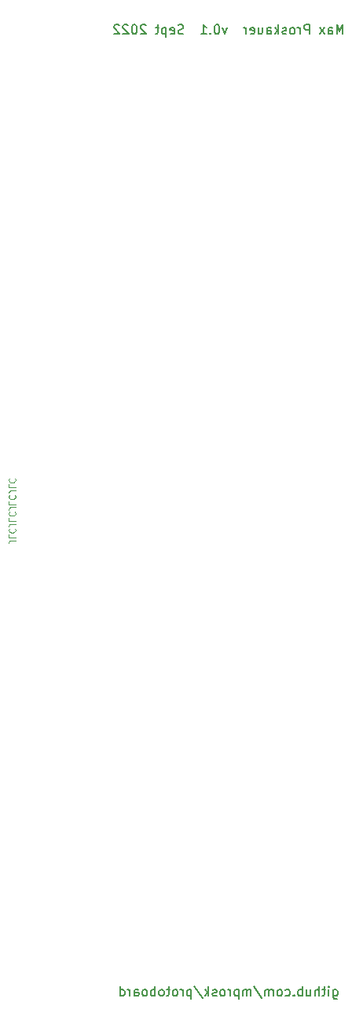
<source format=gbr>
%TF.GenerationSoftware,KiCad,Pcbnew,(6.0.5)*%
%TF.CreationDate,2022-09-15T17:30:36-04:00*%
%TF.ProjectId,protoboard,70726f74-6f62-46f6-9172-642e6b696361,0.1*%
%TF.SameCoordinates,Original*%
%TF.FileFunction,Legend,Bot*%
%TF.FilePolarity,Positive*%
%FSLAX46Y46*%
G04 Gerber Fmt 4.6, Leading zero omitted, Abs format (unit mm)*
G04 Created by KiCad (PCBNEW (6.0.5)) date 2022-09-15 17:30:36*
%MOMM*%
%LPD*%
G01*
G04 APERTURE LIST*
%ADD10C,0.150000*%
%ADD11C,0.100000*%
G04 APERTURE END LIST*
D10*
X142071904Y-157011714D02*
X142071904Y-157821238D01*
X142119523Y-157916476D01*
X142167142Y-157964095D01*
X142262380Y-158011714D01*
X142405238Y-158011714D01*
X142500476Y-157964095D01*
X142071904Y-157630761D02*
X142167142Y-157678380D01*
X142357619Y-157678380D01*
X142452857Y-157630761D01*
X142500476Y-157583142D01*
X142548095Y-157487904D01*
X142548095Y-157202190D01*
X142500476Y-157106952D01*
X142452857Y-157059333D01*
X142357619Y-157011714D01*
X142167142Y-157011714D01*
X142071904Y-157059333D01*
X141595714Y-157678380D02*
X141595714Y-157011714D01*
X141595714Y-156678380D02*
X141643333Y-156726000D01*
X141595714Y-156773619D01*
X141548095Y-156726000D01*
X141595714Y-156678380D01*
X141595714Y-156773619D01*
X141262380Y-157011714D02*
X140881428Y-157011714D01*
X141119523Y-156678380D02*
X141119523Y-157535523D01*
X141071904Y-157630761D01*
X140976666Y-157678380D01*
X140881428Y-157678380D01*
X140548095Y-157678380D02*
X140548095Y-156678380D01*
X140119523Y-157678380D02*
X140119523Y-157154571D01*
X140167142Y-157059333D01*
X140262380Y-157011714D01*
X140405238Y-157011714D01*
X140500476Y-157059333D01*
X140548095Y-157106952D01*
X139214761Y-157011714D02*
X139214761Y-157678380D01*
X139643333Y-157011714D02*
X139643333Y-157535523D01*
X139595714Y-157630761D01*
X139500476Y-157678380D01*
X139357619Y-157678380D01*
X139262380Y-157630761D01*
X139214761Y-157583142D01*
X138738571Y-157678380D02*
X138738571Y-156678380D01*
X138738571Y-157059333D02*
X138643333Y-157011714D01*
X138452857Y-157011714D01*
X138357619Y-157059333D01*
X138310000Y-157106952D01*
X138262380Y-157202190D01*
X138262380Y-157487904D01*
X138310000Y-157583142D01*
X138357619Y-157630761D01*
X138452857Y-157678380D01*
X138643333Y-157678380D01*
X138738571Y-157630761D01*
X137833809Y-157583142D02*
X137786190Y-157630761D01*
X137833809Y-157678380D01*
X137881428Y-157630761D01*
X137833809Y-157583142D01*
X137833809Y-157678380D01*
X136929047Y-157630761D02*
X137024285Y-157678380D01*
X137214761Y-157678380D01*
X137310000Y-157630761D01*
X137357619Y-157583142D01*
X137405238Y-157487904D01*
X137405238Y-157202190D01*
X137357619Y-157106952D01*
X137310000Y-157059333D01*
X137214761Y-157011714D01*
X137024285Y-157011714D01*
X136929047Y-157059333D01*
X136357619Y-157678380D02*
X136452857Y-157630761D01*
X136500476Y-157583142D01*
X136548095Y-157487904D01*
X136548095Y-157202190D01*
X136500476Y-157106952D01*
X136452857Y-157059333D01*
X136357619Y-157011714D01*
X136214761Y-157011714D01*
X136119523Y-157059333D01*
X136071904Y-157106952D01*
X136024285Y-157202190D01*
X136024285Y-157487904D01*
X136071904Y-157583142D01*
X136119523Y-157630761D01*
X136214761Y-157678380D01*
X136357619Y-157678380D01*
X135595714Y-157678380D02*
X135595714Y-157011714D01*
X135595714Y-157106952D02*
X135548095Y-157059333D01*
X135452857Y-157011714D01*
X135310000Y-157011714D01*
X135214761Y-157059333D01*
X135167142Y-157154571D01*
X135167142Y-157678380D01*
X135167142Y-157154571D02*
X135119523Y-157059333D01*
X135024285Y-157011714D01*
X134881428Y-157011714D01*
X134786190Y-157059333D01*
X134738571Y-157154571D01*
X134738571Y-157678380D01*
X133548095Y-156630761D02*
X134405238Y-157916476D01*
X133214761Y-157678380D02*
X133214761Y-157011714D01*
X133214761Y-157106952D02*
X133167142Y-157059333D01*
X133071904Y-157011714D01*
X132929047Y-157011714D01*
X132833809Y-157059333D01*
X132786190Y-157154571D01*
X132786190Y-157678380D01*
X132786190Y-157154571D02*
X132738571Y-157059333D01*
X132643333Y-157011714D01*
X132500476Y-157011714D01*
X132405238Y-157059333D01*
X132357619Y-157154571D01*
X132357619Y-157678380D01*
X131881428Y-157011714D02*
X131881428Y-158011714D01*
X131881428Y-157059333D02*
X131786190Y-157011714D01*
X131595714Y-157011714D01*
X131500476Y-157059333D01*
X131452857Y-157106952D01*
X131405238Y-157202190D01*
X131405238Y-157487904D01*
X131452857Y-157583142D01*
X131500476Y-157630761D01*
X131595714Y-157678380D01*
X131786190Y-157678380D01*
X131881428Y-157630761D01*
X130976666Y-157678380D02*
X130976666Y-157011714D01*
X130976666Y-157202190D02*
X130929047Y-157106952D01*
X130881428Y-157059333D01*
X130786190Y-157011714D01*
X130690952Y-157011714D01*
X130214761Y-157678380D02*
X130310000Y-157630761D01*
X130357619Y-157583142D01*
X130405238Y-157487904D01*
X130405238Y-157202190D01*
X130357619Y-157106952D01*
X130310000Y-157059333D01*
X130214761Y-157011714D01*
X130071904Y-157011714D01*
X129976666Y-157059333D01*
X129929047Y-157106952D01*
X129881428Y-157202190D01*
X129881428Y-157487904D01*
X129929047Y-157583142D01*
X129976666Y-157630761D01*
X130071904Y-157678380D01*
X130214761Y-157678380D01*
X129500476Y-157630761D02*
X129405238Y-157678380D01*
X129214761Y-157678380D01*
X129119523Y-157630761D01*
X129071904Y-157535523D01*
X129071904Y-157487904D01*
X129119523Y-157392666D01*
X129214761Y-157345047D01*
X129357619Y-157345047D01*
X129452857Y-157297428D01*
X129500476Y-157202190D01*
X129500476Y-157154571D01*
X129452857Y-157059333D01*
X129357619Y-157011714D01*
X129214761Y-157011714D01*
X129119523Y-157059333D01*
X128643333Y-157678380D02*
X128643333Y-156678380D01*
X128548095Y-157297428D02*
X128262380Y-157678380D01*
X128262380Y-157011714D02*
X128643333Y-157392666D01*
X127119523Y-156630761D02*
X127976666Y-157916476D01*
X126786190Y-157011714D02*
X126786190Y-158011714D01*
X126786190Y-157059333D02*
X126690952Y-157011714D01*
X126500476Y-157011714D01*
X126405238Y-157059333D01*
X126357619Y-157106952D01*
X126310000Y-157202190D01*
X126310000Y-157487904D01*
X126357619Y-157583142D01*
X126405238Y-157630761D01*
X126500476Y-157678380D01*
X126690952Y-157678380D01*
X126786190Y-157630761D01*
X125881428Y-157678380D02*
X125881428Y-157011714D01*
X125881428Y-157202190D02*
X125833809Y-157106952D01*
X125786190Y-157059333D01*
X125690952Y-157011714D01*
X125595714Y-157011714D01*
X125119523Y-157678380D02*
X125214761Y-157630761D01*
X125262380Y-157583142D01*
X125310000Y-157487904D01*
X125310000Y-157202190D01*
X125262380Y-157106952D01*
X125214761Y-157059333D01*
X125119523Y-157011714D01*
X124976666Y-157011714D01*
X124881428Y-157059333D01*
X124833809Y-157106952D01*
X124786190Y-157202190D01*
X124786190Y-157487904D01*
X124833809Y-157583142D01*
X124881428Y-157630761D01*
X124976666Y-157678380D01*
X125119523Y-157678380D01*
X124500476Y-157011714D02*
X124119523Y-157011714D01*
X124357619Y-156678380D02*
X124357619Y-157535523D01*
X124310000Y-157630761D01*
X124214761Y-157678380D01*
X124119523Y-157678380D01*
X123643333Y-157678380D02*
X123738571Y-157630761D01*
X123786190Y-157583142D01*
X123833809Y-157487904D01*
X123833809Y-157202190D01*
X123786190Y-157106952D01*
X123738571Y-157059333D01*
X123643333Y-157011714D01*
X123500476Y-157011714D01*
X123405238Y-157059333D01*
X123357619Y-157106952D01*
X123310000Y-157202190D01*
X123310000Y-157487904D01*
X123357619Y-157583142D01*
X123405238Y-157630761D01*
X123500476Y-157678380D01*
X123643333Y-157678380D01*
X122881428Y-157678380D02*
X122881428Y-156678380D01*
X122881428Y-157059333D02*
X122786190Y-157011714D01*
X122595714Y-157011714D01*
X122500476Y-157059333D01*
X122452857Y-157106952D01*
X122405238Y-157202190D01*
X122405238Y-157487904D01*
X122452857Y-157583142D01*
X122500476Y-157630761D01*
X122595714Y-157678380D01*
X122786190Y-157678380D01*
X122881428Y-157630761D01*
X121833809Y-157678380D02*
X121929047Y-157630761D01*
X121976666Y-157583142D01*
X122024285Y-157487904D01*
X122024285Y-157202190D01*
X121976666Y-157106952D01*
X121929047Y-157059333D01*
X121833809Y-157011714D01*
X121690952Y-157011714D01*
X121595714Y-157059333D01*
X121548095Y-157106952D01*
X121500476Y-157202190D01*
X121500476Y-157487904D01*
X121548095Y-157583142D01*
X121595714Y-157630761D01*
X121690952Y-157678380D01*
X121833809Y-157678380D01*
X120643333Y-157678380D02*
X120643333Y-157154571D01*
X120690952Y-157059333D01*
X120786190Y-157011714D01*
X120976666Y-157011714D01*
X121071904Y-157059333D01*
X120643333Y-157630761D02*
X120738571Y-157678380D01*
X120976666Y-157678380D01*
X121071904Y-157630761D01*
X121119523Y-157535523D01*
X121119523Y-157440285D01*
X121071904Y-157345047D01*
X120976666Y-157297428D01*
X120738571Y-157297428D01*
X120643333Y-157249809D01*
X120167142Y-157678380D02*
X120167142Y-157011714D01*
X120167142Y-157202190D02*
X120119523Y-157106952D01*
X120071904Y-157059333D01*
X119976666Y-157011714D01*
X119881428Y-157011714D01*
X119119523Y-157678380D02*
X119119523Y-156678380D01*
X119119523Y-157630761D02*
X119214761Y-157678380D01*
X119405238Y-157678380D01*
X119500476Y-157630761D01*
X119548095Y-157583142D01*
X119595714Y-157487904D01*
X119595714Y-157202190D01*
X119548095Y-157106952D01*
X119500476Y-157059333D01*
X119405238Y-157011714D01*
X119214761Y-157011714D01*
X119119523Y-157059333D01*
X143119523Y-54046380D02*
X143119523Y-53046380D01*
X142786190Y-53760666D01*
X142452857Y-53046380D01*
X142452857Y-54046380D01*
X141548095Y-54046380D02*
X141548095Y-53522571D01*
X141595714Y-53427333D01*
X141690952Y-53379714D01*
X141881428Y-53379714D01*
X141976666Y-53427333D01*
X141548095Y-53998761D02*
X141643333Y-54046380D01*
X141881428Y-54046380D01*
X141976666Y-53998761D01*
X142024285Y-53903523D01*
X142024285Y-53808285D01*
X141976666Y-53713047D01*
X141881428Y-53665428D01*
X141643333Y-53665428D01*
X141548095Y-53617809D01*
X141167142Y-54046380D02*
X140643333Y-53379714D01*
X141167142Y-53379714D02*
X140643333Y-54046380D01*
X139500476Y-54046380D02*
X139500476Y-53046380D01*
X139119523Y-53046380D01*
X139024285Y-53094000D01*
X138976666Y-53141619D01*
X138929047Y-53236857D01*
X138929047Y-53379714D01*
X138976666Y-53474952D01*
X139024285Y-53522571D01*
X139119523Y-53570190D01*
X139500476Y-53570190D01*
X138500476Y-54046380D02*
X138500476Y-53379714D01*
X138500476Y-53570190D02*
X138452857Y-53474952D01*
X138405238Y-53427333D01*
X138310000Y-53379714D01*
X138214761Y-53379714D01*
X137738571Y-54046380D02*
X137833809Y-53998761D01*
X137881428Y-53951142D01*
X137929047Y-53855904D01*
X137929047Y-53570190D01*
X137881428Y-53474952D01*
X137833809Y-53427333D01*
X137738571Y-53379714D01*
X137595714Y-53379714D01*
X137500476Y-53427333D01*
X137452857Y-53474952D01*
X137405238Y-53570190D01*
X137405238Y-53855904D01*
X137452857Y-53951142D01*
X137500476Y-53998761D01*
X137595714Y-54046380D01*
X137738571Y-54046380D01*
X137024285Y-53998761D02*
X136929047Y-54046380D01*
X136738571Y-54046380D01*
X136643333Y-53998761D01*
X136595714Y-53903523D01*
X136595714Y-53855904D01*
X136643333Y-53760666D01*
X136738571Y-53713047D01*
X136881428Y-53713047D01*
X136976666Y-53665428D01*
X137024285Y-53570190D01*
X137024285Y-53522571D01*
X136976666Y-53427333D01*
X136881428Y-53379714D01*
X136738571Y-53379714D01*
X136643333Y-53427333D01*
X136167142Y-54046380D02*
X136167142Y-53046380D01*
X136071904Y-53665428D02*
X135786190Y-54046380D01*
X135786190Y-53379714D02*
X136167142Y-53760666D01*
X134929047Y-54046380D02*
X134929047Y-53522571D01*
X134976666Y-53427333D01*
X135071904Y-53379714D01*
X135262380Y-53379714D01*
X135357619Y-53427333D01*
X134929047Y-53998761D02*
X135024285Y-54046380D01*
X135262380Y-54046380D01*
X135357619Y-53998761D01*
X135405238Y-53903523D01*
X135405238Y-53808285D01*
X135357619Y-53713047D01*
X135262380Y-53665428D01*
X135024285Y-53665428D01*
X134929047Y-53617809D01*
X134024285Y-53379714D02*
X134024285Y-54046380D01*
X134452857Y-53379714D02*
X134452857Y-53903523D01*
X134405238Y-53998761D01*
X134310000Y-54046380D01*
X134167142Y-54046380D01*
X134071904Y-53998761D01*
X134024285Y-53951142D01*
X133167142Y-53998761D02*
X133262380Y-54046380D01*
X133452857Y-54046380D01*
X133548095Y-53998761D01*
X133595714Y-53903523D01*
X133595714Y-53522571D01*
X133548095Y-53427333D01*
X133452857Y-53379714D01*
X133262380Y-53379714D01*
X133167142Y-53427333D01*
X133119523Y-53522571D01*
X133119523Y-53617809D01*
X133595714Y-53713047D01*
X132690952Y-54046380D02*
X132690952Y-53379714D01*
X132690952Y-53570190D02*
X132643333Y-53474952D01*
X132595714Y-53427333D01*
X132500476Y-53379714D01*
X132405238Y-53379714D01*
X130643333Y-53379714D02*
X130405238Y-54046380D01*
X130167142Y-53379714D01*
X129595714Y-53046380D02*
X129500476Y-53046380D01*
X129405238Y-53094000D01*
X129357619Y-53141619D01*
X129310000Y-53236857D01*
X129262380Y-53427333D01*
X129262380Y-53665428D01*
X129310000Y-53855904D01*
X129357619Y-53951142D01*
X129405238Y-53998761D01*
X129500476Y-54046380D01*
X129595714Y-54046380D01*
X129690952Y-53998761D01*
X129738571Y-53951142D01*
X129786190Y-53855904D01*
X129833809Y-53665428D01*
X129833809Y-53427333D01*
X129786190Y-53236857D01*
X129738571Y-53141619D01*
X129690952Y-53094000D01*
X129595714Y-53046380D01*
X128833809Y-53951142D02*
X128786190Y-53998761D01*
X128833809Y-54046380D01*
X128881428Y-53998761D01*
X128833809Y-53951142D01*
X128833809Y-54046380D01*
X127833809Y-54046380D02*
X128405238Y-54046380D01*
X128119523Y-54046380D02*
X128119523Y-53046380D01*
X128214761Y-53189238D01*
X128310000Y-53284476D01*
X128405238Y-53332095D01*
X125929047Y-53998761D02*
X125786190Y-54046380D01*
X125548095Y-54046380D01*
X125452857Y-53998761D01*
X125405238Y-53951142D01*
X125357619Y-53855904D01*
X125357619Y-53760666D01*
X125405238Y-53665428D01*
X125452857Y-53617809D01*
X125548095Y-53570190D01*
X125738571Y-53522571D01*
X125833809Y-53474952D01*
X125881428Y-53427333D01*
X125929047Y-53332095D01*
X125929047Y-53236857D01*
X125881428Y-53141619D01*
X125833809Y-53094000D01*
X125738571Y-53046380D01*
X125500476Y-53046380D01*
X125357619Y-53094000D01*
X124548095Y-53998761D02*
X124643333Y-54046380D01*
X124833809Y-54046380D01*
X124929047Y-53998761D01*
X124976666Y-53903523D01*
X124976666Y-53522571D01*
X124929047Y-53427333D01*
X124833809Y-53379714D01*
X124643333Y-53379714D01*
X124548095Y-53427333D01*
X124500476Y-53522571D01*
X124500476Y-53617809D01*
X124976666Y-53713047D01*
X124071904Y-53379714D02*
X124071904Y-54379714D01*
X124071904Y-53427333D02*
X123976666Y-53379714D01*
X123786190Y-53379714D01*
X123690952Y-53427333D01*
X123643333Y-53474952D01*
X123595714Y-53570190D01*
X123595714Y-53855904D01*
X123643333Y-53951142D01*
X123690952Y-53998761D01*
X123786190Y-54046380D01*
X123976666Y-54046380D01*
X124071904Y-53998761D01*
X123310000Y-53379714D02*
X122929047Y-53379714D01*
X123167142Y-53046380D02*
X123167142Y-53903523D01*
X123119523Y-53998761D01*
X123024285Y-54046380D01*
X122929047Y-54046380D01*
X121881428Y-53141619D02*
X121833809Y-53094000D01*
X121738571Y-53046380D01*
X121500476Y-53046380D01*
X121405238Y-53094000D01*
X121357619Y-53141619D01*
X121310000Y-53236857D01*
X121310000Y-53332095D01*
X121357619Y-53474952D01*
X121929047Y-54046380D01*
X121310000Y-54046380D01*
X120690952Y-53046380D02*
X120595714Y-53046380D01*
X120500476Y-53094000D01*
X120452857Y-53141619D01*
X120405238Y-53236857D01*
X120357619Y-53427333D01*
X120357619Y-53665428D01*
X120405238Y-53855904D01*
X120452857Y-53951142D01*
X120500476Y-53998761D01*
X120595714Y-54046380D01*
X120690952Y-54046380D01*
X120786190Y-53998761D01*
X120833809Y-53951142D01*
X120881428Y-53855904D01*
X120929047Y-53665428D01*
X120929047Y-53427333D01*
X120881428Y-53236857D01*
X120833809Y-53141619D01*
X120786190Y-53094000D01*
X120690952Y-53046380D01*
X119976666Y-53141619D02*
X119929047Y-53094000D01*
X119833809Y-53046380D01*
X119595714Y-53046380D01*
X119500476Y-53094000D01*
X119452857Y-53141619D01*
X119405238Y-53236857D01*
X119405238Y-53332095D01*
X119452857Y-53474952D01*
X120024285Y-54046380D01*
X119405238Y-54046380D01*
X119024285Y-53141619D02*
X118976666Y-53094000D01*
X118881428Y-53046380D01*
X118643333Y-53046380D01*
X118548095Y-53094000D01*
X118500476Y-53141619D01*
X118452857Y-53236857D01*
X118452857Y-53332095D01*
X118500476Y-53474952D01*
X119071904Y-54046380D01*
X118452857Y-54046380D01*
D11*
X107825333Y-108643333D02*
X107325333Y-108643333D01*
X107225333Y-108676666D01*
X107158666Y-108743333D01*
X107125333Y-108843333D01*
X107125333Y-108910000D01*
X107125333Y-107976666D02*
X107125333Y-108310000D01*
X107825333Y-108310000D01*
X107192000Y-107343333D02*
X107158666Y-107376666D01*
X107125333Y-107476666D01*
X107125333Y-107543333D01*
X107158666Y-107643333D01*
X107225333Y-107710000D01*
X107292000Y-107743333D01*
X107425333Y-107776666D01*
X107525333Y-107776666D01*
X107658666Y-107743333D01*
X107725333Y-107710000D01*
X107792000Y-107643333D01*
X107825333Y-107543333D01*
X107825333Y-107476666D01*
X107792000Y-107376666D01*
X107758666Y-107343333D01*
X107825333Y-106843333D02*
X107325333Y-106843333D01*
X107225333Y-106876666D01*
X107158666Y-106943333D01*
X107125333Y-107043333D01*
X107125333Y-107110000D01*
X107125333Y-106176666D02*
X107125333Y-106510000D01*
X107825333Y-106510000D01*
X107192000Y-105543333D02*
X107158666Y-105576666D01*
X107125333Y-105676666D01*
X107125333Y-105743333D01*
X107158666Y-105843333D01*
X107225333Y-105910000D01*
X107292000Y-105943333D01*
X107425333Y-105976666D01*
X107525333Y-105976666D01*
X107658666Y-105943333D01*
X107725333Y-105910000D01*
X107792000Y-105843333D01*
X107825333Y-105743333D01*
X107825333Y-105676666D01*
X107792000Y-105576666D01*
X107758666Y-105543333D01*
X107825333Y-105043333D02*
X107325333Y-105043333D01*
X107225333Y-105076666D01*
X107158666Y-105143333D01*
X107125333Y-105243333D01*
X107125333Y-105310000D01*
X107125333Y-104376666D02*
X107125333Y-104710000D01*
X107825333Y-104710000D01*
X107192000Y-103743333D02*
X107158666Y-103776666D01*
X107125333Y-103876666D01*
X107125333Y-103943333D01*
X107158666Y-104043333D01*
X107225333Y-104110000D01*
X107292000Y-104143333D01*
X107425333Y-104176666D01*
X107525333Y-104176666D01*
X107658666Y-104143333D01*
X107725333Y-104110000D01*
X107792000Y-104043333D01*
X107825333Y-103943333D01*
X107825333Y-103876666D01*
X107792000Y-103776666D01*
X107758666Y-103743333D01*
X107825333Y-103243333D02*
X107325333Y-103243333D01*
X107225333Y-103276666D01*
X107158666Y-103343333D01*
X107125333Y-103443333D01*
X107125333Y-103510000D01*
X107125333Y-102576666D02*
X107125333Y-102910000D01*
X107825333Y-102910000D01*
X107192000Y-101943333D02*
X107158666Y-101976666D01*
X107125333Y-102076666D01*
X107125333Y-102143333D01*
X107158666Y-102243333D01*
X107225333Y-102310000D01*
X107292000Y-102343333D01*
X107425333Y-102376666D01*
X107525333Y-102376666D01*
X107658666Y-102343333D01*
X107725333Y-102310000D01*
X107792000Y-102243333D01*
X107825333Y-102143333D01*
X107825333Y-102076666D01*
X107792000Y-101976666D01*
X107758666Y-101943333D01*
M02*

</source>
